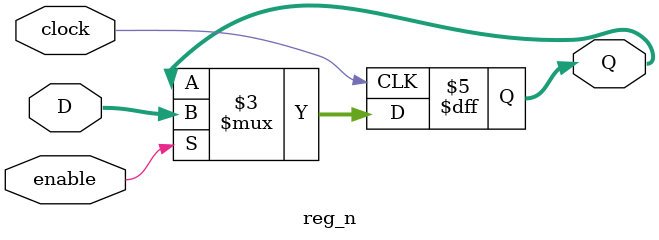
<source format=v>
module processor_9_bits #(parameter mv =3'b000,
                          parameter mvi=3'b001,
			  parameter add=3'b010,
			  parameter sub=3'b011,
			  parameter T0 =2'b00,
			  parameter T1 =2'b01,
			  parameter T2 =2'b10,
			  parameter T3 =2'b11)


		(input aResetn,
		 input Run,
		 input DataIn,
		 input clock,
		 output Done);



reg [8:0]Bus_Wires;
reg Done;
reg [1:0] Tcycle_D,Tcycle_Q;
reg [0:7] Rin, Rout;
wire [0:7] Xregn,Yregn;
reg DinOut, Gout, Ain, Gin, IRin, AddSub;
wire [8:0] R0, R1, R2, R3, R4, R5, R6, R7, IR, G, A;
reg[2:0] I;
reg[9:0] sel;
reg[8:0] sum;

//Extracting bits from IR
always
begin
I = IR[8:0];
end

//Instantiating dec3to8 module
dec3to8 dec1(.in(IR[5:3]), .en(1),.out(Xregn));
dec3to8 dec2(.in(IR[2:0]), .en(1),.out(Yregn)); 

// Synchronous reset and state assignment
always @(posedge clock)
begin
    if (!aResetn)
        Tcycle_Q <= T0;  // Reset state
    else
        Tcycle_Q <= Tcycle_D;  // Next state
end

//Control of the cycles of the excution of the instructions
always @(*)
begin
    Tcycle_D = Tcycle_Q;  // Default value to avoid latches
    case (Tcycle_Q)
        T0: Tcycle_D = (Run == 0) ? T0 : T1;
        T1: Tcycle_D = (Done == 1) ? T0 : T2;
        T2: Tcycle_D = T3;
        T3: Tcycle_D = T0;
    endcase
end


always @(*)
begin
    // Default values
    DinOut = 0; Gout = 0; Ain = 0; Gin = 0; IRin = 0;
    AddSub = 0; Rin = 8'b00000000; Rout = 8'b00000000; Done = 0;

    case (Tcycle_Q)
        T0: IRin = 1;
        T1: case (I)
            mv: begin 
                    Rout = Yregn; Rin = Xregn; Done = 1;
                end
            mvi: begin
                    DinOut = 1; Rin = Xregn; Done = 1;
                end
            add: begin
                    Rout = Xregn; Ain = 1;
                end
            sub: begin
                    Rout = Xregn; Ain = 1;
                end
            endcase
        T2: case (I)
            add: begin
                    Rout = Yregn; Gin = 1;
                end
            sub: begin
                    Rout = Yregn; Gin = 1; AddSub = 1;
                end
            endcase
        T3: case (I)
            add: begin
                    Gout = 1; Rin = Xregn; Done = 1;
                end
            sub: begin 
                    Gout = 1; Rin = Xregn; Done = 1;
                end
            endcase
    endcase
end

//Dataflow process for addition/subtraction
always @(A or Bus_Wires) 
begin
    if (AddSub == 1) 
        sum = A + Bus_Wires;  // Add values when AddSub is 1
    else 
        sum = A - Bus_Wires;  // Subtract values when AddSub is 0
end    

//Assigning value to the selection signal
always @(DinOut or Rout or Gout) 
begin
    sel = {DinOut, Rout, Gout};
end


//Process for selecting Bus_Wires value based on the selection signal
always @(*)
begin
    Bus_Wires = 9'b0; // Default to zero
    case (sel)
        8'b1000000000: Bus_Wires = DataIn;
        8'b0100000000: Bus_Wires = R0;
        8'b0010000000: Bus_Wires = R1;
        8'b0001000000: Bus_Wires = R2;
        8'b0000100000: Bus_Wires = R3;
        8'b0000010000: Bus_Wires = R4;
        8'b0000001000: Bus_Wires = R5;
        8'b0000000100: Bus_Wires = R6;
        8'b0000000010: Bus_Wires = R7;
        8'b0000000001: Bus_Wires = G;
        default: Bus_Wires = DataIn; // Explicit fallback
    endcase
end



//Register instantiations
 reg_n #(.N(9))Reg0 (.clock(clock), .enable(Rin[0]), .D(Bus_Wires), .Q(R0));
 reg_n #(.N(9))Reg1 (.clock(clock), .enable(Rin[1]), .D(Bus_Wires), .Q(R1));
 reg_n #(.N(9))Reg2 (.clock(clock), .enable(Rin[2]), .D(Bus_Wires), .Q(R2));
 reg_n #(.N(9))Reg3 (.clock(clock), .enable(Rin[3]), .D(Bus_Wires), .Q(R3));
 reg_n #(.N(9))Reg4 (.clock(clock), .enable(Rin[4]), .D(Bus_Wires), .Q(R4));
 reg_n #(.N(9))Reg5 (.clock(clock), .enable(Rin[5]), .D(Bus_Wires), .Q(R5));		
 reg_n #(.N(9))Reg6 (.clock(clock), .enable(Rin[6]), .D(Bus_Wires), .Q(R6));
 reg_n #(.N(9))Reg7 (.clock(clock), .enable(Rin[7]), .D(Bus_Wires), .Q(R7));
	
 reg_n #(.N(9))Reg8 (.clock(clock), .enable(Ain), .D(Bus_Wires), .Q(A));		
 reg_n #(.N(9))Reg9 (.clock(clock), .enable(IRin),.D(DataIn),    .Q(IR));					
 reg_n #(.N(9))Reg10(.clock(clock), .enable(Gin), .D(sum), .Q(G));
endmodule


module dec3to8 ( 	input 		     en,
			input 	[2:0] 	     in,
			output  reg [7:0]    out);

  always @ (en or in) begin
    out = en ? 1 << in: 0;
  end

endmodule

// 9-bit register
module reg_n #(parameter N=9)
       (clock,enable,D,Q);
input clock;
input enable;
input [N-1:0]D;
output reg [N-1:0]Q;

always @(posedge clock) 
begin
    if (enable==1)
	 Q<=D;
end
endmodule 

</source>
